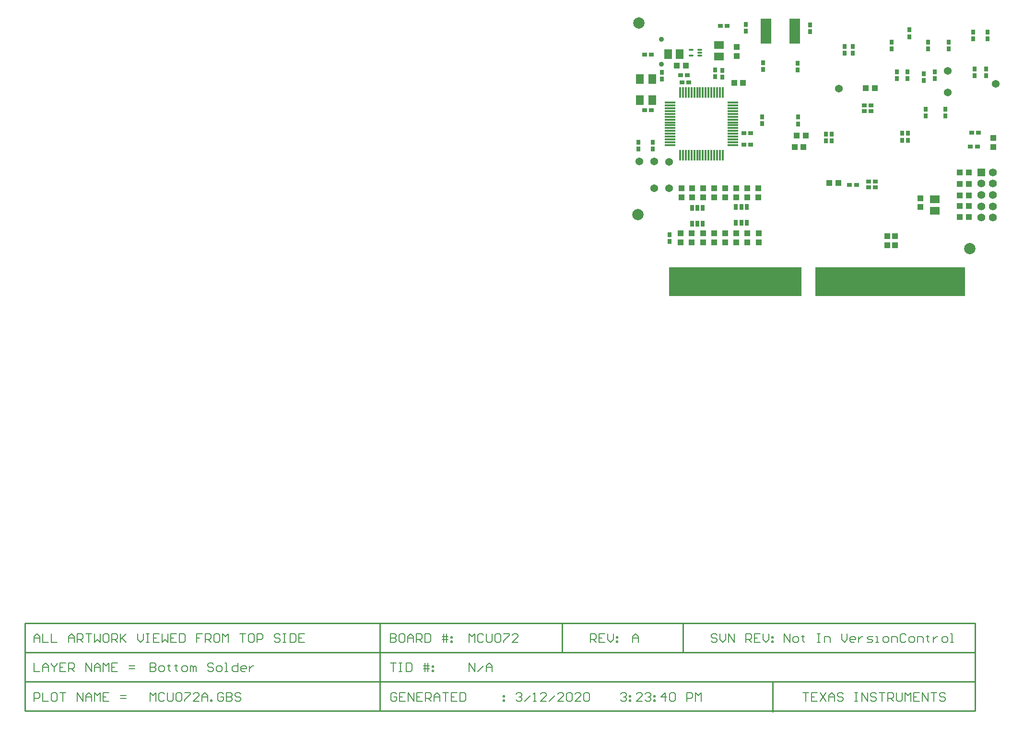
<source format=gbs>
G04*
G04 #@! TF.GenerationSoftware,Altium Limited,Altium Designer,18.1.9 (240)*
G04*
G04 Layer_Color=16711935*
%FSAX44Y44*%
%MOMM*%
G71*
G01*
G75*
%ADD15C,0.2032*%
%ADD24C,0.2540*%
%ADD50R,26.4400X5.2000*%
%ADD51R,1.0500X1.1000*%
%ADD52R,0.5500X2.8000*%
%ADD65C,2.0000*%
G04:AMPARAMS|DCode=68|XSize=0.7mm|YSize=1.1mm|CornerRadius=0.101mm|HoleSize=0mm|Usage=FLASHONLY|Rotation=180.000|XOffset=0mm|YOffset=0mm|HoleType=Round|Shape=RoundedRectangle|*
%AMROUNDEDRECTD68*
21,1,0.7000,0.8980,0,0,180.0*
21,1,0.4980,1.1000,0,0,180.0*
1,1,0.2020,-0.2490,0.4490*
1,1,0.2020,0.2490,0.4490*
1,1,0.2020,0.2490,-0.4490*
1,1,0.2020,-0.2490,-0.4490*
%
%ADD68ROUNDEDRECTD68*%
%ADD70R,1.7002X1.3700*%
%ADD71R,0.7000X0.9000*%
%ADD72R,0.9000X0.7000*%
%ADD73R,1.1000X1.0500*%
%ADD75R,1.3700X1.7002*%
%ADD76C,1.3700*%
%ADD77C,0.9000*%
%ADD78C,1.3900*%
G04:AMPARAMS|DCode=79|XSize=1.39mm|YSize=1.39mm|CornerRadius=0.0487mm|HoleSize=0mm|Usage=FLASHONLY|Rotation=270.000|XOffset=0mm|YOffset=0mm|HoleType=Round|Shape=RoundedRectangle|*
%AMROUNDEDRECTD79*
21,1,1.3900,1.2927,0,0,270.0*
21,1,1.2927,1.3900,0,0,270.0*
1,1,0.0973,-0.6464,-0.6464*
1,1,0.0973,-0.6464,0.6464*
1,1,0.0973,0.6464,0.6464*
1,1,0.0973,0.6464,-0.6464*
%
%ADD79ROUNDEDRECTD79*%
%ADD91R,23.4300X5.2000*%
%ADD92O,0.4000X1.9000*%
%ADD93O,1.9000X0.4000*%
G04:AMPARAMS|DCode=94|XSize=0.4mm|YSize=0.77mm|CornerRadius=0.0995mm|HoleSize=0mm|Usage=FLASHONLY|Rotation=90.000|XOffset=0mm|YOffset=0mm|HoleType=Round|Shape=RoundedRectangle|*
%AMROUNDEDRECTD94*
21,1,0.4000,0.5710,0,0,90.0*
21,1,0.2010,0.7700,0,0,90.0*
1,1,0.1990,0.2855,0.1005*
1,1,0.1990,0.2855,-0.1005*
1,1,0.1990,-0.2855,-0.1005*
1,1,0.1990,-0.2855,0.1005*
%
%ADD94ROUNDEDRECTD94*%
%ADD95R,1.9500X4.4600*%
%ADD96R,1.3500X1.7000*%
G54D15*
X00322326Y00186814D02*
Y00171579D01*
X00329944D01*
X00332483Y00174118D01*
Y00176657D01*
X00329944Y00179196D01*
X00322326D01*
X00329944D01*
X00332483Y00181735D01*
Y00184275D01*
X00329944Y00186814D01*
X00322326D01*
X00340100Y00171579D02*
X00345179D01*
X00347718Y00174118D01*
Y00179196D01*
X00345179Y00181735D01*
X00340100D01*
X00337561Y00179196D01*
Y00174118D01*
X00340100Y00171579D01*
X00355335Y00184275D02*
Y00181735D01*
X00352796D01*
X00357874D01*
X00355335D01*
Y00174118D01*
X00357874Y00171579D01*
X00368031Y00184275D02*
Y00181735D01*
X00365492D01*
X00370570D01*
X00368031D01*
Y00174118D01*
X00370570Y00171579D01*
X00380727D02*
X00385806D01*
X00388345Y00174118D01*
Y00179196D01*
X00385806Y00181735D01*
X00380727D01*
X00378188Y00179196D01*
Y00174118D01*
X00380727Y00171579D01*
X00393423D02*
Y00181735D01*
X00395962D01*
X00398501Y00179196D01*
Y00171579D01*
Y00179196D01*
X00401040Y00181735D01*
X00403580Y00179196D01*
Y00171579D01*
X00434050Y00184275D02*
X00431511Y00186814D01*
X00426432D01*
X00423893Y00184275D01*
Y00181735D01*
X00426432Y00179196D01*
X00431511D01*
X00434050Y00176657D01*
Y00174118D01*
X00431511Y00171579D01*
X00426432D01*
X00423893Y00174118D01*
X00441667Y00171579D02*
X00446746D01*
X00449285Y00174118D01*
Y00179196D01*
X00446746Y00181735D01*
X00441667D01*
X00439128Y00179196D01*
Y00174118D01*
X00441667Y00171579D01*
X00454363D02*
X00459442D01*
X00456903D01*
Y00186814D01*
X00454363D01*
X00477216D02*
Y00171579D01*
X00469598D01*
X00467059Y00174118D01*
Y00179196D01*
X00469598Y00181735D01*
X00477216D01*
X00489912Y00171579D02*
X00484833D01*
X00482294Y00174118D01*
Y00179196D01*
X00484833Y00181735D01*
X00489912D01*
X00492451Y00179196D01*
Y00176657D01*
X00482294D01*
X00497529Y00181735D02*
Y00171579D01*
Y00176657D01*
X00500069Y00179196D01*
X00502608Y00181735D01*
X00505147D01*
X01441196Y00223097D02*
Y00238332D01*
X01451353Y00223097D01*
Y00238332D01*
X01458970Y00223097D02*
X01464049D01*
X01466588Y00225636D01*
Y00230714D01*
X01464049Y00233253D01*
X01458970D01*
X01456431Y00230714D01*
Y00225636D01*
X01458970Y00223097D01*
X01474205Y00235793D02*
Y00233253D01*
X01471666D01*
X01476745D01*
X01474205D01*
Y00225636D01*
X01476745Y00223097D01*
X01499597Y00238332D02*
X01504675D01*
X01502136D01*
Y00223097D01*
X01499597D01*
X01504675D01*
X01512293D02*
Y00233253D01*
X01519910D01*
X01522450Y00230714D01*
Y00223097D01*
X01542763Y00238332D02*
Y00228175D01*
X01547841Y00223097D01*
X01552920Y00228175D01*
Y00238332D01*
X01565616Y00223097D02*
X01560537D01*
X01557998Y00225636D01*
Y00230714D01*
X01560537Y00233253D01*
X01565616D01*
X01568155Y00230714D01*
Y00228175D01*
X01557998D01*
X01573233Y00233253D02*
Y00223097D01*
Y00228175D01*
X01575773Y00230714D01*
X01578312Y00233253D01*
X01580851D01*
X01588468Y00223097D02*
X01596086D01*
X01598625Y00225636D01*
X01596086Y00228175D01*
X01591008D01*
X01588468Y00230714D01*
X01591008Y00233253D01*
X01598625D01*
X01603703Y00223097D02*
X01608782D01*
X01606243D01*
Y00233253D01*
X01603703D01*
X01618938Y00223097D02*
X01624017D01*
X01626556Y00225636D01*
Y00230714D01*
X01624017Y00233253D01*
X01618938D01*
X01616399Y00230714D01*
Y00225636D01*
X01618938Y00223097D01*
X01631634D02*
Y00233253D01*
X01639252D01*
X01641791Y00230714D01*
Y00223097D01*
X01657026Y00235793D02*
X01654487Y00238332D01*
X01649409D01*
X01646870Y00235793D01*
Y00225636D01*
X01649409Y00223097D01*
X01654487D01*
X01657026Y00225636D01*
X01664644Y00223097D02*
X01669722D01*
X01672261Y00225636D01*
Y00230714D01*
X01669722Y00233253D01*
X01664644D01*
X01662104Y00230714D01*
Y00225636D01*
X01664644Y00223097D01*
X01677340D02*
Y00233253D01*
X01684957D01*
X01687496Y00230714D01*
Y00223097D01*
X01695114Y00235793D02*
Y00233253D01*
X01692575D01*
X01697653D01*
X01695114D01*
Y00225636D01*
X01697653Y00223097D01*
X01705271Y00233253D02*
Y00223097D01*
Y00228175D01*
X01707810Y00230714D01*
X01710349Y00233253D01*
X01712888D01*
X01723045Y00223097D02*
X01728123D01*
X01730662Y00225636D01*
Y00230714D01*
X01728123Y00233253D01*
X01723045D01*
X01720506Y00230714D01*
Y00225636D01*
X01723045Y00223097D01*
X01735741D02*
X01740819D01*
X01738280D01*
Y00238332D01*
X01735741D01*
X01322829Y00235793D02*
X01320289Y00238332D01*
X01315211D01*
X01312672Y00235793D01*
Y00233253D01*
X01315211Y00230714D01*
X01320289D01*
X01322829Y00228175D01*
Y00225636D01*
X01320289Y00223097D01*
X01315211D01*
X01312672Y00225636D01*
X01327907Y00238332D02*
Y00228175D01*
X01332985Y00223097D01*
X01338064Y00228175D01*
Y00238332D01*
X01343142Y00223097D02*
Y00238332D01*
X01353299Y00223097D01*
Y00238332D01*
X01373612Y00223097D02*
Y00238332D01*
X01381230D01*
X01383769Y00235793D01*
Y00230714D01*
X01381230Y00228175D01*
X01373612D01*
X01378691D02*
X01383769Y00223097D01*
X01399004Y00238332D02*
X01388847D01*
Y00223097D01*
X01399004D01*
X01388847Y00230714D02*
X01393926D01*
X01404082Y00238332D02*
Y00228175D01*
X01409161Y00223097D01*
X01414239Y00228175D01*
Y00238332D01*
X01419317Y00233253D02*
X01421857D01*
Y00230714D01*
X01419317D01*
Y00233253D01*
Y00225636D02*
X01421857D01*
Y00223097D01*
X01419317D01*
Y00225636D01*
X01099820Y00223097D02*
Y00238332D01*
X01107438D01*
X01109977Y00235793D01*
Y00230714D01*
X01107438Y00228175D01*
X01099820D01*
X01104898D02*
X01109977Y00223097D01*
X01125212Y00238332D02*
X01115055D01*
Y00223097D01*
X01125212D01*
X01115055Y00230714D02*
X01120133D01*
X01130290Y00238332D02*
Y00228175D01*
X01135368Y00223097D01*
X01140447Y00228175D01*
Y00238332D01*
X01145525Y00233253D02*
X01148064D01*
Y00230714D01*
X01145525D01*
Y00233253D01*
Y00225636D02*
X01148064D01*
Y00223097D01*
X01145525D01*
Y00225636D01*
X00322326Y00119295D02*
Y00134530D01*
X00327404Y00129452D01*
X00332483Y00134530D01*
Y00119295D01*
X00347718Y00131991D02*
X00345179Y00134530D01*
X00340100D01*
X00337561Y00131991D01*
Y00121834D01*
X00340100Y00119295D01*
X00345179D01*
X00347718Y00121834D01*
X00352796Y00134530D02*
Y00121834D01*
X00355335Y00119295D01*
X00360414D01*
X00362953Y00121834D01*
Y00134530D01*
X00368031Y00131991D02*
X00370570Y00134530D01*
X00375649D01*
X00378188Y00131991D01*
Y00121834D01*
X00375649Y00119295D01*
X00370570D01*
X00368031Y00121834D01*
Y00131991D01*
X00383266Y00134530D02*
X00393423D01*
Y00131991D01*
X00383266Y00121834D01*
Y00119295D01*
X00408658D02*
X00398501D01*
X00408658Y00129452D01*
Y00131991D01*
X00406119Y00134530D01*
X00401040D01*
X00398501Y00131991D01*
X00413736Y00119295D02*
Y00129452D01*
X00418815Y00134530D01*
X00423893Y00129452D01*
Y00119295D01*
Y00126912D01*
X00413736D01*
X00428971Y00119295D02*
Y00121834D01*
X00431511D01*
Y00119295D01*
X00428971D01*
X00451824Y00131991D02*
X00449285Y00134530D01*
X00444207D01*
X00441667Y00131991D01*
Y00121834D01*
X00444207Y00119295D01*
X00449285D01*
X00451824Y00121834D01*
Y00126912D01*
X00446746D01*
X00456903Y00134530D02*
Y00119295D01*
X00464520D01*
X00467059Y00121834D01*
Y00124373D01*
X00464520Y00126912D01*
X00456903D01*
X00464520D01*
X00467059Y00129452D01*
Y00131991D01*
X00464520Y00134530D01*
X00456903D01*
X00482294Y00131991D02*
X00479755Y00134530D01*
X00474677D01*
X00472137Y00131991D01*
Y00129452D01*
X00474677Y00126912D01*
X00479755D01*
X00482294Y00124373D01*
Y00121834D01*
X00479755Y00119295D01*
X00474677D01*
X00472137Y00121834D01*
X00968121Y00131991D02*
X00970660Y00134530D01*
X00975739D01*
X00978278Y00131991D01*
Y00129452D01*
X00975739Y00126912D01*
X00973199D01*
X00975739D01*
X00978278Y00124373D01*
Y00121834D01*
X00975739Y00119295D01*
X00970660D01*
X00968121Y00121834D01*
X00983356Y00119295D02*
X00993513Y00129452D01*
X00998591Y00119295D02*
X01003670D01*
X01001130D01*
Y00134530D01*
X00998591Y00131991D01*
X01021444Y00119295D02*
X01011287D01*
X01021444Y00129452D01*
Y00131991D01*
X01018905Y00134530D01*
X01013826D01*
X01011287Y00131991D01*
X01026522Y00119295D02*
X01036679Y00129452D01*
X01051914Y00119295D02*
X01041757D01*
X01051914Y00129452D01*
Y00131991D01*
X01049375Y00134530D01*
X01044296D01*
X01041757Y00131991D01*
X01056992D02*
X01059531Y00134530D01*
X01064610D01*
X01067149Y00131991D01*
Y00121834D01*
X01064610Y00119295D01*
X01059531D01*
X01056992Y00121834D01*
Y00131991D01*
X01082384Y00119295D02*
X01072227D01*
X01082384Y00129452D01*
Y00131991D01*
X01079845Y00134530D01*
X01074766D01*
X01072227Y00131991D01*
X01087462D02*
X01090002Y00134530D01*
X01095080D01*
X01097619Y00131991D01*
Y00121834D01*
X01095080Y00119295D01*
X01090002D01*
X01087462Y00121834D01*
Y00131991D01*
X00757425D02*
X00754885Y00134530D01*
X00749807D01*
X00747268Y00131991D01*
Y00121834D01*
X00749807Y00119295D01*
X00754885D01*
X00757425Y00121834D01*
Y00126912D01*
X00752346D01*
X00772660Y00134530D02*
X00762503D01*
Y00119295D01*
X00772660D01*
X00762503Y00126912D02*
X00767581D01*
X00777738Y00119295D02*
Y00134530D01*
X00787895Y00119295D01*
Y00134530D01*
X00803130D02*
X00792973D01*
Y00119295D01*
X00803130D01*
X00792973Y00126912D02*
X00798052D01*
X00808208Y00119295D02*
Y00134530D01*
X00815826D01*
X00818365Y00131991D01*
Y00126912D01*
X00815826Y00124373D01*
X00808208D01*
X00813287D02*
X00818365Y00119295D01*
X00823443D02*
Y00129452D01*
X00828522Y00134530D01*
X00833600Y00129452D01*
Y00119295D01*
Y00126912D01*
X00823443D01*
X00838678Y00134530D02*
X00848835D01*
X00843757D01*
Y00119295D01*
X00864070Y00134530D02*
X00853913D01*
Y00119295D01*
X00864070D01*
X00853913Y00126912D02*
X00858992D01*
X00869149Y00134530D02*
Y00119295D01*
X00876766D01*
X00879305Y00121834D01*
Y00131991D01*
X00876766Y00134530D01*
X00869149D01*
X00945324Y00129452D02*
X00947863D01*
Y00126912D01*
X00945324D01*
Y00129452D01*
Y00121834D02*
X00947863D01*
Y00119295D01*
X00945324D01*
Y00121834D01*
X00117729Y00223097D02*
Y00233253D01*
X00122807Y00238332D01*
X00127886Y00233253D01*
Y00223097D01*
Y00230714D01*
X00117729D01*
X00132964Y00238332D02*
Y00223097D01*
X00143121D01*
X00148199Y00238332D02*
Y00223097D01*
X00158356D01*
X00178669D02*
Y00233253D01*
X00183748Y00238332D01*
X00188826Y00233253D01*
Y00223097D01*
Y00230714D01*
X00178669D01*
X00193904Y00223097D02*
Y00238332D01*
X00201522D01*
X00204061Y00235793D01*
Y00230714D01*
X00201522Y00228175D01*
X00193904D01*
X00198983D02*
X00204061Y00223097D01*
X00209139Y00238332D02*
X00219296D01*
X00214218D01*
Y00223097D01*
X00224375Y00238332D02*
Y00223097D01*
X00229453Y00228175D01*
X00234531Y00223097D01*
Y00238332D01*
X00247227D02*
X00242149D01*
X00239610Y00235793D01*
Y00225636D01*
X00242149Y00223097D01*
X00247227D01*
X00249766Y00225636D01*
Y00235793D01*
X00247227Y00238332D01*
X00254845Y00223097D02*
Y00238332D01*
X00262462D01*
X00265001Y00235793D01*
Y00230714D01*
X00262462Y00228175D01*
X00254845D01*
X00259923D02*
X00265001Y00223097D01*
X00270080Y00238332D02*
Y00223097D01*
Y00228175D01*
X00280236Y00238332D01*
X00272619Y00230714D01*
X00280236Y00223097D01*
X00300550Y00238332D02*
Y00228175D01*
X00305628Y00223097D01*
X00310707Y00228175D01*
Y00238332D01*
X00315785D02*
X00320863D01*
X00318324D01*
Y00223097D01*
X00315785D01*
X00320863D01*
X00338638Y00238332D02*
X00328481D01*
Y00223097D01*
X00338638D01*
X00328481Y00230714D02*
X00333559D01*
X00343716Y00238332D02*
Y00223097D01*
X00348794Y00228175D01*
X00353873Y00223097D01*
Y00238332D01*
X00369108D02*
X00358951D01*
Y00223097D01*
X00369108D01*
X00358951Y00230714D02*
X00364029D01*
X00374186Y00238332D02*
Y00223097D01*
X00381804D01*
X00384343Y00225636D01*
Y00235793D01*
X00381804Y00238332D01*
X00374186D01*
X00414813D02*
X00404656D01*
Y00230714D01*
X00409734D01*
X00404656D01*
Y00223097D01*
X00419891D02*
Y00238332D01*
X00427509D01*
X00430048Y00235793D01*
Y00230714D01*
X00427509Y00228175D01*
X00419891D01*
X00424970D02*
X00430048Y00223097D01*
X00442744Y00238332D02*
X00437665D01*
X00435126Y00235793D01*
Y00225636D01*
X00437665Y00223097D01*
X00442744D01*
X00445283Y00225636D01*
Y00235793D01*
X00442744Y00238332D01*
X00450361Y00223097D02*
Y00238332D01*
X00455440Y00233253D01*
X00460518Y00238332D01*
Y00223097D01*
X00480832Y00238332D02*
X00490988D01*
X00485910D01*
Y00223097D01*
X00503684Y00238332D02*
X00498606D01*
X00496067Y00235793D01*
Y00225636D01*
X00498606Y00223097D01*
X00503684D01*
X00506223Y00225636D01*
Y00235793D01*
X00503684Y00238332D01*
X00511302Y00223097D02*
Y00238332D01*
X00518919D01*
X00521458Y00235793D01*
Y00230714D01*
X00518919Y00228175D01*
X00511302D01*
X00551929Y00235793D02*
X00549389Y00238332D01*
X00544311D01*
X00541772Y00235793D01*
Y00233253D01*
X00544311Y00230714D01*
X00549389D01*
X00551929Y00228175D01*
Y00225636D01*
X00549389Y00223097D01*
X00544311D01*
X00541772Y00225636D01*
X00557007Y00238332D02*
X00562085D01*
X00559546D01*
Y00223097D01*
X00557007D01*
X00562085D01*
X00569703Y00238332D02*
Y00223097D01*
X00577320D01*
X00579860Y00225636D01*
Y00235793D01*
X00577320Y00238332D01*
X00569703D01*
X00595095D02*
X00584938D01*
Y00223097D01*
X00595095D01*
X00584938Y00230714D02*
X00590016D01*
X01173861Y00223097D02*
Y00233253D01*
X01178939Y00238332D01*
X01184018Y00233253D01*
Y00223097D01*
Y00230714D01*
X01173861D01*
X00885317Y00223097D02*
Y00238332D01*
X00890395Y00233253D01*
X00895474Y00238332D01*
Y00223097D01*
X00910709Y00235793D02*
X00908170Y00238332D01*
X00903091D01*
X00900552Y00235793D01*
Y00225636D01*
X00903091Y00223097D01*
X00908170D01*
X00910709Y00225636D01*
X00915787Y00238332D02*
Y00225636D01*
X00918326Y00223097D01*
X00923405D01*
X00925944Y00225636D01*
Y00238332D01*
X00931022Y00235793D02*
X00933561Y00238332D01*
X00938640D01*
X00941179Y00235793D01*
Y00225636D01*
X00938640Y00223097D01*
X00933561D01*
X00931022Y00225636D01*
Y00235793D01*
X00946257Y00238332D02*
X00956414D01*
Y00235793D01*
X00946257Y00225636D01*
Y00223097D01*
X00971649D02*
X00961492D01*
X00971649Y00233253D01*
Y00235793D01*
X00969110Y00238332D01*
X00964032D01*
X00961492Y00235793D01*
X00746760Y00238332D02*
Y00223097D01*
X00754378D01*
X00756917Y00225636D01*
Y00228175D01*
X00754378Y00230714D01*
X00746760D01*
X00754378D01*
X00756917Y00233253D01*
Y00235793D01*
X00754378Y00238332D01*
X00746760D01*
X00769613D02*
X00764534D01*
X00761995Y00235793D01*
Y00225636D01*
X00764534Y00223097D01*
X00769613D01*
X00772152Y00225636D01*
Y00235793D01*
X00769613Y00238332D01*
X00777230Y00223097D02*
Y00233253D01*
X00782309Y00238332D01*
X00787387Y00233253D01*
Y00223097D01*
Y00230714D01*
X00777230D01*
X00792465Y00223097D02*
Y00238332D01*
X00800083D01*
X00802622Y00235793D01*
Y00230714D01*
X00800083Y00228175D01*
X00792465D01*
X00797544D02*
X00802622Y00223097D01*
X00807700Y00238332D02*
Y00223097D01*
X00815318D01*
X00817857Y00225636D01*
Y00235793D01*
X00815318Y00238332D01*
X00807700D01*
X00840710Y00223097D02*
Y00238332D01*
X00845788D02*
Y00223097D01*
X00838170Y00233253D02*
X00845788D01*
X00848327D01*
X00838170Y00228175D02*
X00848327D01*
X00853406Y00233253D02*
X00855945D01*
Y00230714D01*
X00853406D01*
Y00233253D01*
Y00225636D02*
X00855945D01*
Y00223097D01*
X00853406D01*
Y00225636D01*
X00117729Y00186814D02*
Y00171579D01*
X00127886D01*
X00132964D02*
Y00181735D01*
X00138042Y00186814D01*
X00143121Y00181735D01*
Y00171579D01*
Y00179196D01*
X00132964D01*
X00148199Y00186814D02*
Y00184275D01*
X00153278Y00179196D01*
X00158356Y00184275D01*
Y00186814D01*
X00153278Y00179196D02*
Y00171579D01*
X00173591Y00186814D02*
X00163434D01*
Y00171579D01*
X00173591D01*
X00163434Y00179196D02*
X00168513D01*
X00178669Y00171579D02*
Y00186814D01*
X00186287D01*
X00188826Y00184275D01*
Y00179196D01*
X00186287Y00176657D01*
X00178669D01*
X00183748D02*
X00188826Y00171579D01*
X00209139D02*
Y00186814D01*
X00219296Y00171579D01*
Y00186814D01*
X00224375Y00171579D02*
Y00181735D01*
X00229453Y00186814D01*
X00234531Y00181735D01*
Y00171579D01*
Y00179196D01*
X00224375D01*
X00239610Y00171579D02*
Y00186814D01*
X00244688Y00181735D01*
X00249766Y00186814D01*
Y00171579D01*
X00265001Y00186814D02*
X00254845D01*
Y00171579D01*
X00265001D01*
X00254845Y00179196D02*
X00259923D01*
X00285315Y00176657D02*
X00295471D01*
X00285315Y00181735D02*
X00295471D01*
X00117729Y00119295D02*
Y00134530D01*
X00125346D01*
X00127886Y00131991D01*
Y00126912D01*
X00125346Y00124373D01*
X00117729D01*
X00132964Y00134530D02*
Y00119295D01*
X00143121D01*
X00155817Y00134530D02*
X00150738D01*
X00148199Y00131991D01*
Y00121834D01*
X00150738Y00119295D01*
X00155817D01*
X00158356Y00121834D01*
Y00131991D01*
X00155817Y00134530D01*
X00163434D02*
X00173591D01*
X00168513D01*
Y00119295D01*
X00193904D02*
Y00134530D01*
X00204061Y00119295D01*
Y00134530D01*
X00209139Y00119295D02*
Y00129452D01*
X00214218Y00134530D01*
X00219296Y00129452D01*
Y00119295D01*
Y00126912D01*
X00209139D01*
X00224375Y00119295D02*
Y00134530D01*
X00229453Y00129452D01*
X00234531Y00134530D01*
Y00119295D01*
X00249766Y00134530D02*
X00239610D01*
Y00119295D01*
X00249766D01*
X00239610Y00126912D02*
X00244688D01*
X00270080Y00124373D02*
X00280236D01*
X00270080Y00129452D02*
X00280236D01*
X01153287Y00131991D02*
X01155826Y00134530D01*
X01160904D01*
X01163444Y00131991D01*
Y00129452D01*
X01160904Y00126912D01*
X01158365D01*
X01160904D01*
X01163444Y00124373D01*
Y00121834D01*
X01160904Y00119295D01*
X01155826D01*
X01153287Y00121834D01*
X01168522Y00129452D02*
X01171061D01*
Y00126912D01*
X01168522D01*
Y00129452D01*
Y00121834D02*
X01171061D01*
Y00119295D01*
X01168522D01*
Y00121834D01*
X01191375Y00119295D02*
X01181218D01*
X01191375Y00129452D01*
Y00131991D01*
X01188836Y00134530D01*
X01183757D01*
X01181218Y00131991D01*
X01196453D02*
X01198992Y00134530D01*
X01204071D01*
X01206610Y00131991D01*
Y00129452D01*
X01204071Y00126912D01*
X01201531D01*
X01204071D01*
X01206610Y00124373D01*
Y00121834D01*
X01204071Y00119295D01*
X01198992D01*
X01196453Y00121834D01*
X01211688Y00129452D02*
X01214227D01*
Y00126912D01*
X01211688D01*
Y00129452D01*
Y00121834D02*
X01214227D01*
Y00119295D01*
X01211688D01*
Y00121834D01*
X01232001Y00119295D02*
Y00134530D01*
X01224384Y00126912D01*
X01234541D01*
X01239619Y00131991D02*
X01242158Y00134530D01*
X01247237D01*
X01249776Y00131991D01*
Y00121834D01*
X01247237Y00119295D01*
X01242158D01*
X01239619Y00121834D01*
Y00131991D01*
X01270089Y00119295D02*
Y00134530D01*
X01277707D01*
X01280246Y00131991D01*
Y00126912D01*
X01277707Y00124373D01*
X01270089D01*
X01285324Y00119295D02*
Y00134530D01*
X01290403Y00129452D01*
X01295481Y00134530D01*
Y00119295D01*
X01474470Y00134530D02*
X01484627D01*
X01479548D01*
Y00119295D01*
X01499862Y00134530D02*
X01489705D01*
Y00119295D01*
X01499862D01*
X01489705Y00126912D02*
X01494783D01*
X01504940Y00134530D02*
X01515097Y00119295D01*
Y00134530D02*
X01504940Y00119295D01*
X01520175D02*
Y00129452D01*
X01525254Y00134530D01*
X01530332Y00129452D01*
Y00119295D01*
Y00126912D01*
X01520175D01*
X01545567Y00131991D02*
X01543028Y00134530D01*
X01537950D01*
X01535410Y00131991D01*
Y00129452D01*
X01537950Y00126912D01*
X01543028D01*
X01545567Y00124373D01*
Y00121834D01*
X01543028Y00119295D01*
X01537950D01*
X01535410Y00121834D01*
X01565880Y00134530D02*
X01570959D01*
X01568420D01*
Y00119295D01*
X01565880D01*
X01570959D01*
X01578576D02*
Y00134530D01*
X01588733Y00119295D01*
Y00134530D01*
X01603968Y00131991D02*
X01601429Y00134530D01*
X01596351D01*
X01593811Y00131991D01*
Y00129452D01*
X01596351Y00126912D01*
X01601429D01*
X01603968Y00124373D01*
Y00121834D01*
X01601429Y00119295D01*
X01596351D01*
X01593811Y00121834D01*
X01609046Y00134530D02*
X01619203D01*
X01614125D01*
Y00119295D01*
X01624281D02*
Y00134530D01*
X01631899D01*
X01634438Y00131991D01*
Y00126912D01*
X01631899Y00124373D01*
X01624281D01*
X01629360D02*
X01634438Y00119295D01*
X01639517Y00134530D02*
Y00121834D01*
X01642056Y00119295D01*
X01647134D01*
X01649673Y00121834D01*
Y00134530D01*
X01654752Y00119295D02*
Y00134530D01*
X01659830Y00129452D01*
X01664908Y00134530D01*
Y00119295D01*
X01680143Y00134530D02*
X01669987D01*
Y00119295D01*
X01680143D01*
X01669987Y00126912D02*
X01675065D01*
X01685222Y00119295D02*
Y00134530D01*
X01695379Y00119295D01*
Y00134530D01*
X01700457D02*
X01710614D01*
X01705535D01*
Y00119295D01*
X01725849Y00131991D02*
X01723309Y00134530D01*
X01718231D01*
X01715692Y00131991D01*
Y00129452D01*
X01718231Y00126912D01*
X01723309D01*
X01725849Y00124373D01*
Y00121834D01*
X01723309Y00119295D01*
X01718231D01*
X01715692Y00121834D01*
X00746760Y00186685D02*
X00756917D01*
X00751838D01*
Y00171450D01*
X00761995Y00186685D02*
X00767073D01*
X00764534D01*
Y00171450D01*
X00761995D01*
X00767073D01*
X00774691Y00186685D02*
Y00171450D01*
X00782309D01*
X00784848Y00173989D01*
Y00184146D01*
X00782309Y00186685D01*
X00774691D01*
X00807700Y00171450D02*
Y00186685D01*
X00812779D02*
Y00171450D01*
X00805161Y00181607D02*
X00812779D01*
X00815318D01*
X00805161Y00176528D02*
X00815318D01*
X00820396Y00181607D02*
X00822935D01*
Y00179067D01*
X00820396D01*
Y00181607D01*
Y00173989D02*
X00822935D01*
Y00171450D01*
X00820396D01*
Y00173989D01*
X00885317Y00171450D02*
Y00186685D01*
X00895474Y00171450D01*
Y00186685D01*
X00900552Y00171450D02*
X00910709Y00181607D01*
X00915787Y00171450D02*
Y00181607D01*
X00920865Y00186685D01*
X00925944Y00181607D01*
Y00171450D01*
Y00179067D01*
X00915787D01*
G54D24*
X01262888Y00205020D02*
Y00256667D01*
X01049528Y00205020D02*
Y00256667D01*
X00101600Y00205020D02*
X01778508D01*
X00101600Y00153374D02*
X01778000D01*
X00101600Y00101727D02*
X01118870D01*
X00101727Y00256667D02*
X01778508D01*
X00101727Y00101727D02*
Y00256667D01*
Y00101727D02*
X00501904D01*
X00101600D02*
Y00256667D01*
X00727710Y00101727D02*
Y00256667D01*
X01778508Y00101727D02*
Y00256667D01*
X01118870Y00101727D02*
X01778508D01*
X01420876Y00100076D02*
Y00151596D01*
G54D50*
X01628600Y00860756D02*
D03*
G54D51*
X01810487Y01098262D02*
D03*
Y01114262D02*
D03*
X01396450Y00929666D02*
D03*
Y00945666D02*
D03*
X01395705Y01025422D02*
D03*
Y01009422D02*
D03*
X01337449Y00929666D02*
D03*
Y00945666D02*
D03*
X01317782Y00929666D02*
D03*
Y00945666D02*
D03*
X01258782Y00929666D02*
D03*
Y00945666D02*
D03*
X01337575Y01025422D02*
D03*
Y01009422D02*
D03*
X01318198D02*
D03*
Y01025422D02*
D03*
X01260069Y01009422D02*
D03*
Y01025422D02*
D03*
X01278449Y00945666D02*
D03*
Y00929666D02*
D03*
X01298116D02*
D03*
Y00945666D02*
D03*
X01356951Y01025422D02*
D03*
Y01009422D02*
D03*
X01681734Y01008252D02*
D03*
Y00992252D02*
D03*
X01357488Y01259015D02*
D03*
Y01275015D02*
D03*
X01376328Y01009422D02*
D03*
Y01025422D02*
D03*
X01357116Y00929666D02*
D03*
Y00945666D02*
D03*
X01376783D02*
D03*
Y00929666D02*
D03*
X01279445Y01009422D02*
D03*
Y01025422D02*
D03*
X01298822Y01009422D02*
D03*
Y01025422D02*
D03*
X01623797Y00924840D02*
D03*
Y00940840D02*
D03*
X01637513Y00924840D02*
D03*
Y00940840D02*
D03*
G54D52*
X01248400Y00858756D02*
D03*
X01256400D02*
D03*
X01264400D02*
D03*
X01272400D02*
D03*
X01280400D02*
D03*
X01288400D02*
D03*
X01296400D02*
D03*
X01304400D02*
D03*
X01312400D02*
D03*
X01320400D02*
D03*
X01328400D02*
D03*
X01336400D02*
D03*
X01344400D02*
D03*
X01352400D02*
D03*
X01360400D02*
D03*
X01368400D02*
D03*
X01376400D02*
D03*
X01384400D02*
D03*
X01392400D02*
D03*
X01400400D02*
D03*
X01408400D02*
D03*
X01416400D02*
D03*
X01424400D02*
D03*
X01432400D02*
D03*
X01440400D02*
D03*
X01448400D02*
D03*
X01456400D02*
D03*
X01464400D02*
D03*
X01504400D02*
D03*
X01512400D02*
D03*
X01520400D02*
D03*
X01528400D02*
D03*
X01536400D02*
D03*
X01544400D02*
D03*
X01552400D02*
D03*
X01560400D02*
D03*
X01568400D02*
D03*
X01576400D02*
D03*
X01584400D02*
D03*
X01592400D02*
D03*
X01600400D02*
D03*
X01608400D02*
D03*
X01616400D02*
D03*
X01624400D02*
D03*
X01632400D02*
D03*
X01640400D02*
D03*
X01648400D02*
D03*
X01656400D02*
D03*
X01664400D02*
D03*
X01672400D02*
D03*
X01680400D02*
D03*
X01688400D02*
D03*
X01696400D02*
D03*
X01704400D02*
D03*
X01712400D02*
D03*
X01720400D02*
D03*
X01728400D02*
D03*
X01736400D02*
D03*
X01744400D02*
D03*
X01752400D02*
D03*
G54D65*
X01185418Y01317752D02*
D03*
X01769593Y00918616D02*
D03*
X01183361Y00978814D02*
D03*
G54D68*
X01375487Y00992310D02*
D03*
X01365987D02*
D03*
X01356487D02*
D03*
Y00964810D02*
D03*
X01365987D02*
D03*
X01375487D02*
D03*
X01278763Y00963032D02*
D03*
X01288263D02*
D03*
X01297763D02*
D03*
Y00990532D02*
D03*
X01288263D02*
D03*
X01278763D02*
D03*
G54D70*
X01707134Y01006602D02*
D03*
Y00986282D02*
D03*
X01326253Y01279116D02*
D03*
Y01258795D02*
D03*
G54D71*
X01732255Y01284026D02*
D03*
Y01272026D02*
D03*
X01465301Y01234592D02*
D03*
Y01246592D02*
D03*
X01800835Y01290060D02*
D03*
Y01302060D02*
D03*
X01777721Y01236528D02*
D03*
Y01224528D02*
D03*
X01239370Y00943578D02*
D03*
Y00931578D02*
D03*
X01660367Y01110736D02*
D03*
Y01122736D02*
D03*
X01515339Y01121720D02*
D03*
Y01109720D02*
D03*
X01525753Y01121720D02*
D03*
Y01109720D02*
D03*
X01649959Y01122736D02*
D03*
Y01110736D02*
D03*
X01225271Y01218432D02*
D03*
Y01230432D02*
D03*
X01373861Y01315268D02*
D03*
Y01303268D02*
D03*
X01486891Y01302252D02*
D03*
Y01314252D02*
D03*
X01725905Y01153154D02*
D03*
Y01165154D02*
D03*
X01404592Y01247612D02*
D03*
Y01235612D02*
D03*
X01691361Y01165154D02*
D03*
Y01153154D02*
D03*
X01465809Y01139438D02*
D03*
Y01151438D02*
D03*
X01402563Y01140200D02*
D03*
Y01152200D02*
D03*
X01662151Y01293616D02*
D03*
Y01305616D02*
D03*
X01659103Y01219702D02*
D03*
Y01231702D02*
D03*
X01687957Y01227918D02*
D03*
Y01215918D02*
D03*
X01798295Y01236528D02*
D03*
Y01224528D02*
D03*
X01184377Y01095242D02*
D03*
Y01107242D02*
D03*
X01209777Y01094734D02*
D03*
Y01106734D02*
D03*
X01319505Y01235004D02*
D03*
Y01223004D02*
D03*
X01548638Y01276254D02*
D03*
Y01264254D02*
D03*
X01562608Y01276254D02*
D03*
Y01264254D02*
D03*
X01331951Y01234242D02*
D03*
Y01222242D02*
D03*
X01630909Y01284026D02*
D03*
Y01272026D02*
D03*
X01707617Y01219448D02*
D03*
Y01231448D02*
D03*
X01640561Y01231702D02*
D03*
Y01219702D02*
D03*
X01775181Y01302060D02*
D03*
Y01290060D02*
D03*
X01695171Y01272026D02*
D03*
Y01284026D02*
D03*
G54D72*
X01770451Y01099659D02*
D03*
X01782451D02*
D03*
X01582999Y01172108D02*
D03*
X01594999D02*
D03*
X01602365Y01037488D02*
D03*
X01590365D02*
D03*
X01195141Y01163472D02*
D03*
X01207141D02*
D03*
X01602365Y01027074D02*
D03*
X01590365D02*
D03*
X01270690Y01225662D02*
D03*
X01258690D02*
D03*
X01594999Y01161694D02*
D03*
X01582999D02*
D03*
X01569091Y01031900D02*
D03*
X01557091D02*
D03*
X01328864Y01312801D02*
D03*
X01340864D02*
D03*
X01382401Y01122832D02*
D03*
X01370401D02*
D03*
X01382450Y01102472D02*
D03*
X01370450D02*
D03*
X01195395Y01261516D02*
D03*
X01207395D02*
D03*
X01261181Y01212962D02*
D03*
X01273181D02*
D03*
X01784737Y01123858D02*
D03*
X01772737D02*
D03*
G54D73*
X01751433Y00975258D02*
D03*
X01767433D02*
D03*
X01537180Y01034948D02*
D03*
X01521181D02*
D03*
X01751433Y01053744D02*
D03*
X01767433D02*
D03*
X01751433Y01033424D02*
D03*
X01767433D02*
D03*
X01751433Y01013104D02*
D03*
X01767433D02*
D03*
X01751433Y00994054D02*
D03*
X01767433D02*
D03*
X01369161Y01211732D02*
D03*
X01353161D02*
D03*
X01463651Y01119022D02*
D03*
X01479651D02*
D03*
X01459841Y01098702D02*
D03*
X01475841D02*
D03*
X01267610Y01242172D02*
D03*
X01251610D02*
D03*
X01585571Y01202842D02*
D03*
X01601571D02*
D03*
G54D75*
X01236750Y01262492D02*
D03*
X01257070D02*
D03*
G54D76*
X01211960Y01073048D02*
D03*
Y01025550D02*
D03*
X01185950Y01073008D02*
D03*
X01815059Y01209954D02*
D03*
X01237971Y01072540D02*
D03*
X01537691Y01201572D02*
D03*
X01237971Y01025550D02*
D03*
X01730477Y01194714D02*
D03*
Y01232814D02*
D03*
G54D77*
X01224636Y01244562D02*
D03*
Y01288562D02*
D03*
G54D78*
X01809913Y00973734D02*
D03*
Y00993734D02*
D03*
Y01013734D02*
D03*
Y01033734D02*
D03*
Y01053734D02*
D03*
X01789913Y00973734D02*
D03*
Y00993734D02*
D03*
Y01013734D02*
D03*
Y01033734D02*
D03*
G54D79*
Y01053734D02*
D03*
G54D91*
X01355250Y00860756D02*
D03*
G54D92*
X01257930Y01195062D02*
D03*
X01262930D02*
D03*
X01267930D02*
D03*
X01272930D02*
D03*
X01277930D02*
D03*
X01282930D02*
D03*
X01287930D02*
D03*
X01292930D02*
D03*
X01297930D02*
D03*
X01302930D02*
D03*
X01307930D02*
D03*
X01312930D02*
D03*
X01317930D02*
D03*
X01322930D02*
D03*
X01327930D02*
D03*
X01332930D02*
D03*
Y01084062D02*
D03*
X01327930D02*
D03*
X01322930D02*
D03*
X01317930D02*
D03*
X01312930D02*
D03*
X01307930D02*
D03*
X01302930D02*
D03*
X01297930D02*
D03*
X01292930D02*
D03*
X01287930D02*
D03*
X01282930D02*
D03*
X01277930D02*
D03*
X01272930D02*
D03*
X01267930D02*
D03*
X01262930D02*
D03*
X01257930D02*
D03*
G54D93*
X01350930Y01177062D02*
D03*
Y01172062D02*
D03*
Y01167062D02*
D03*
Y01162062D02*
D03*
Y01157062D02*
D03*
Y01152062D02*
D03*
Y01147062D02*
D03*
Y01142062D02*
D03*
Y01137062D02*
D03*
Y01132062D02*
D03*
Y01127062D02*
D03*
Y01122062D02*
D03*
Y01117062D02*
D03*
Y01112062D02*
D03*
Y01107062D02*
D03*
Y01102062D02*
D03*
X01239930D02*
D03*
Y01107062D02*
D03*
Y01112062D02*
D03*
Y01117062D02*
D03*
Y01122062D02*
D03*
Y01127062D02*
D03*
Y01132062D02*
D03*
Y01137062D02*
D03*
Y01142062D02*
D03*
Y01147062D02*
D03*
Y01152062D02*
D03*
Y01157062D02*
D03*
Y01162062D02*
D03*
Y01167062D02*
D03*
Y01172062D02*
D03*
Y01177062D02*
D03*
G54D94*
X01277610Y01270032D02*
D03*
Y01260032D02*
D03*
X01292410D02*
D03*
Y01265032D02*
D03*
Y01270032D02*
D03*
G54D95*
X01409775Y01303680D02*
D03*
X01460375D02*
D03*
G54D96*
X01186380Y01181762D02*
D03*
Y01218762D02*
D03*
X01208380D02*
D03*
Y01181762D02*
D03*
M02*

</source>
